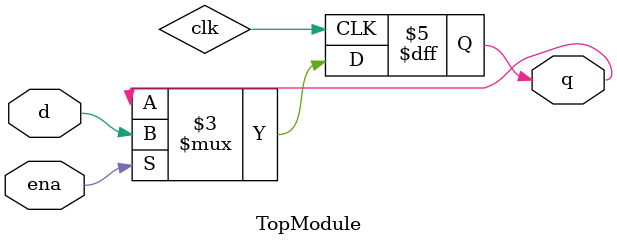
<source format=sv>

module TopModule (
  input d,
  input ena,
  output logic q
);
  logic clk;
  always_ff @(posedge clk) begin
    if (ena) begin
      q <= d;
    end else begin
      q <= q;
    end
  end
endmodule

</source>
